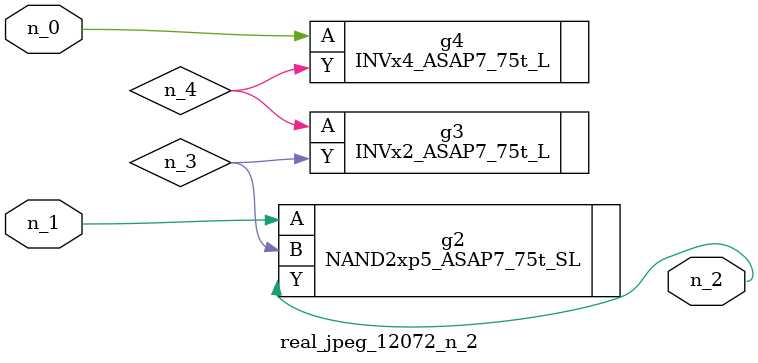
<source format=v>
module real_jpeg_12072_n_2 (n_1, n_0, n_2);

input n_1;
input n_0;

output n_2;

wire n_4;
wire n_3;

INVx4_ASAP7_75t_L g4 ( 
.A(n_0),
.Y(n_4)
);

NAND2xp5_ASAP7_75t_SL g2 ( 
.A(n_1),
.B(n_3),
.Y(n_2)
);

INVx2_ASAP7_75t_L g3 ( 
.A(n_4),
.Y(n_3)
);


endmodule
</source>
